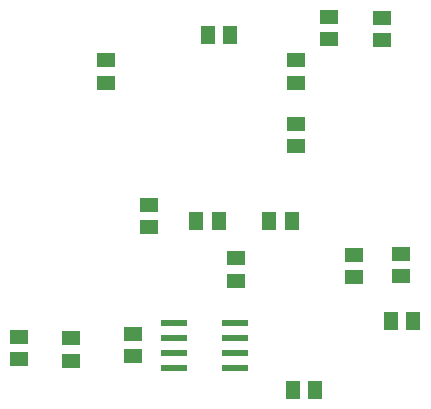
<source format=gtp>
G75*
%MOIN*%
%OFA0B0*%
%FSLAX25Y25*%
%IPPOS*%
%LPD*%
%AMOC8*
5,1,8,0,0,1.08239X$1,22.5*
%
%ADD10R,0.08661X0.02362*%
%ADD11R,0.05906X0.05118*%
%ADD12R,0.05118X0.05906*%
D10*
X0201857Y0081654D03*
X0201857Y0086654D03*
X0201857Y0091654D03*
X0201857Y0096654D03*
X0222329Y0096654D03*
X0222329Y0091654D03*
X0222329Y0086654D03*
X0222329Y0081654D03*
D11*
X0150390Y0084528D03*
X0150390Y0092008D03*
X0167595Y0091535D03*
X0167595Y0084055D03*
X0188471Y0085610D03*
X0188471Y0093091D03*
X0222556Y0110748D03*
X0222556Y0118228D03*
X0193607Y0128549D03*
X0193607Y0136029D03*
X0242820Y0155557D03*
X0242820Y0163037D03*
X0242662Y0176738D03*
X0242662Y0184218D03*
X0253831Y0191126D03*
X0253831Y0198606D03*
X0271430Y0198370D03*
X0271430Y0190890D03*
X0277759Y0119641D03*
X0277759Y0112161D03*
X0261893Y0111846D03*
X0261893Y0119326D03*
X0179204Y0176721D03*
X0179204Y0184201D03*
D12*
X0213264Y0192717D03*
X0220745Y0192717D03*
X0216857Y0130531D03*
X0209377Y0130531D03*
X0233707Y0130650D03*
X0241188Y0130650D03*
X0274334Y0097161D03*
X0281814Y0097161D03*
X0249091Y0074134D03*
X0241611Y0074134D03*
M02*

</source>
